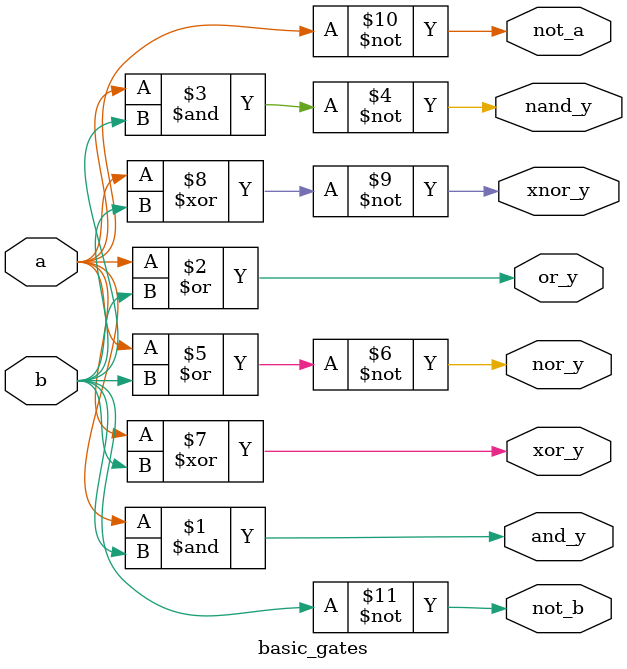
<source format=v>
module basic_gates(
    input  wire a,
    input  wire b,
    output wire and_y,
    output wire or_y,
    output wire nand_y,
    output wire nor_y,
    output wire xor_y,
    output wire xnor_y,
    output wire not_a,
    output wire not_b
);
    assign and_y  = a & b;
    assign or_y   = a | b;
    assign nand_y = ~(a & b);
    assign nor_y  = ~(a | b);
    assign xor_y  = a ^ b;
    assign xnor_y = ~(a ^ b);
    assign not_a  = ~a;
    assign not_b  = ~b;
endmodule
</source>
